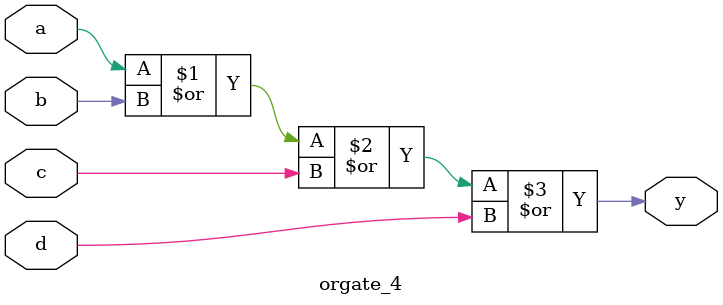
<source format=v>
`timescale 1ns / 1ps
module orgate_4(a,b,c,d,y);
input a,b,c,d;
output y;
assign y = a|b|c|d;
endmodule

</source>
